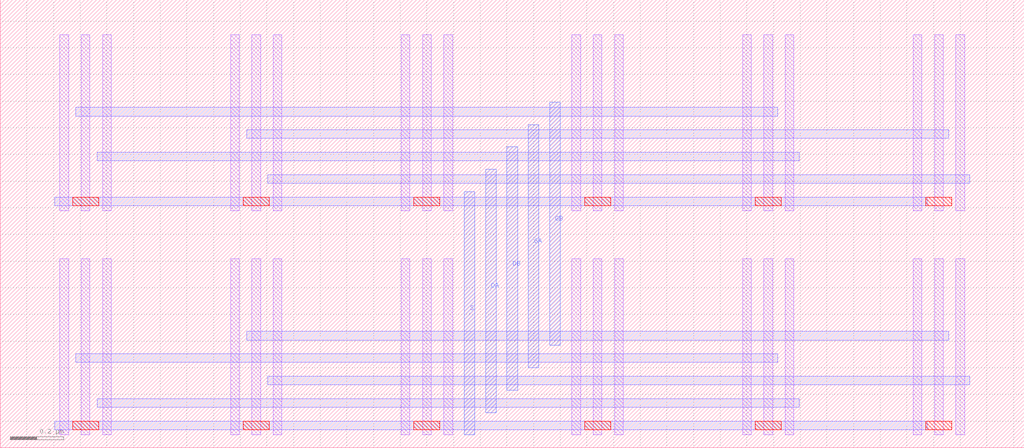
<source format=lef>
MACRO CMC_NMOS_n12_X3_Y1
  ORIGIN 0 0 ;
  FOREIGN CMC_NMOS_n12_X3_Y1 0 0 ;
  SIZE 3.8400 BY 0.8400 ;
  PIN SA
    DIRECTION INOUT ;
    USE SIGNAL ;
    PORT
      LAYER M2 ;
        RECT 0.2040 0.0680 2.8360 0.1000 ;
    END
  END SA
  PIN DA
    DIRECTION INOUT ;
    USE SIGNAL ;
    PORT
      LAYER M2 ;
        RECT 0.3640 0.1520 2.9960 0.1840 ;
    END
  END DA
  PIN SB
    DIRECTION INOUT ;
    USE SIGNAL ;
    PORT
      LAYER M2 ;
        RECT 0.8440 0.2360 3.4760 0.2680 ;
    END
  END SB
  PIN DB
    DIRECTION INOUT ;
    USE SIGNAL ;
    PORT
      LAYER M2 ;
        RECT 1.0040 0.3200 3.6360 0.3520 ;
    END
  END DB
  PIN G
    DIRECTION INOUT ;
    USE SIGNAL ;
    PORT
      LAYER M2 ;
        RECT 0.2840 0.4040 3.5560 0.4360 ;
    END
  END G
  OBS
    LAYER M1 ;
      RECT 0.3040 0.0480 0.3360 0.7080 ;
    LAYER M1 ;
      RECT 0.2240 0.0480 0.2560 0.7080 ;
    LAYER M1 ;
      RECT 0.3840 0.0480 0.4160 0.7080 ;
    LAYER M1 ;
      RECT 0.9440 0.0480 0.9760 0.7080 ;
    LAYER M1 ;
      RECT 0.8640 0.0480 0.8960 0.7080 ;
    LAYER M1 ;
      RECT 1.0240 0.0480 1.0560 0.7080 ;
    LAYER M1 ;
      RECT 1.5840 0.0480 1.6160 0.7080 ;
    LAYER M1 ;
      RECT 1.5040 0.0480 1.5360 0.7080 ;
    LAYER M1 ;
      RECT 1.6640 0.0480 1.6960 0.7080 ;
    LAYER M1 ;
      RECT 2.2240 0.0480 2.2560 0.7080 ;
    LAYER M1 ;
      RECT 2.1440 0.0480 2.1760 0.7080 ;
    LAYER M1 ;
      RECT 2.3040 0.0480 2.3360 0.7080 ;
    LAYER M1 ;
      RECT 2.8640 0.0480 2.8960 0.7080 ;
    LAYER M1 ;
      RECT 2.7840 0.0480 2.8160 0.7080 ;
    LAYER M1 ;
      RECT 2.9440 0.0480 2.9760 0.7080 ;
    LAYER M1 ;
      RECT 3.5040 0.0480 3.5360 0.7080 ;
    LAYER M1 ;
      RECT 3.4240 0.0480 3.4560 0.7080 ;
    LAYER M1 ;
      RECT 3.5840 0.0480 3.6160 0.7080 ;
    LAYER pc ;
      RECT 0.2710 0.0680 0.3690 0.1000 ;
    LAYER pc ;
      RECT 0.9110 0.0680 1.0090 0.1000 ;
    LAYER pc ;
      RECT 1.5510 0.0680 1.6490 0.1000 ;
    LAYER pc ;
      RECT 2.1910 0.0680 2.2890 0.1000 ;
    LAYER pc ;
      RECT 2.8310 0.0680 2.9290 0.1000 ;
    LAYER pc ;
      RECT 3.4710 0.0680 3.5690 0.1000 ;
  END
END CMC_NMOS_n12_X3_Y1
MACRO CMC_PMOS_S_n12_X1_Y1
  ORIGIN 0 0 ;
  FOREIGN CMC_PMOS_S_n12_X1_Y1 0 0 ;
  SIZE 1.2800 BY 0.8400 ;
  PIN S
    DIRECTION INOUT ;
    USE SIGNAL ;
    PORT
      LAYER M3 ;
        RECT 0.3800 0.0480 0.4200 0.4560 ;
      LAYER M3 ;
        RECT 0.7000 0.0480 0.7400 0.4560 ;
    END
  END S
  PIN DA
    DIRECTION INOUT ;
    USE SIGNAL ;
    PORT
      LAYER M3 ;
        RECT 0.4600 0.1320 0.5000 0.5400 ;
      LAYER M3 ;
        RECT 0.7800 0.1320 0.8200 0.5400 ;
    END
  END DA
  PIN DB
    DIRECTION INOUT ;
    USE SIGNAL ;
    PORT
      LAYER M3 ;
        RECT 0.5400 0.2160 0.5800 0.6240 ;
      LAYER M3 ;
        RECT 0.8600 0.2160 0.9000 0.6240 ;
    END
  END DB
  PIN G
    DIRECTION INOUT ;
    USE SIGNAL ;
    PORT
      LAYER M3 ;
        RECT 0.6200 0.3000 0.6600 0.7080 ;
      LAYER M3 ;
        RECT 0.9400 0.3000 0.9800 0.7080 ;
    END
  END G
  OBS
    LAYER M1 ;
      RECT 0.3040 0.0480 0.3360 0.7080 ;
    LAYER M1 ;
      RECT 0.2240 0.0480 0.2560 0.7080 ;
    LAYER M1 ;
      RECT 0.3840 0.0480 0.4160 0.7080 ;
    LAYER M1 ;
      RECT 0.9440 0.0480 0.9760 0.7080 ;
    LAYER M1 ;
      RECT 0.8640 0.0480 0.8960 0.7080 ;
    LAYER M1 ;
      RECT 1.0240 0.0480 1.0560 0.7080 ;
    LAYER M2 ;
      RECT 0.2040 0.0680 0.9160 0.1000 ;
    LAYER M2 ;
      RECT 0.2040 0.4040 0.9160 0.4360 ;
    LAYER M2 ;
      RECT 0.3640 0.1520 0.8360 0.1840 ;
    LAYER M2 ;
      RECT 0.3640 0.4880 0.8360 0.5200 ;
    LAYER M2 ;
      RECT 0.5240 0.2360 1.0760 0.2680 ;
    LAYER M2 ;
      RECT 0.5240 0.5720 1.0760 0.6040 ;
    LAYER M2 ;
      RECT 0.2840 0.3200 0.9960 0.3520 ;
    LAYER M2 ;
      RECT 0.2840 0.6560 0.9960 0.6880 ;
    LAYER pc ;
      RECT 0.2710 0.0680 0.3690 0.1000 ;
    LAYER pc ;
      RECT 0.9110 0.0680 1.0090 0.1000 ;
  END
END CMC_PMOS_S_n12_X1_Y1
MACRO CMC_PMOS_n12_X2_Y1
  ORIGIN 0 0 ;
  FOREIGN CMC_PMOS_n12_X2_Y1 0 0 ;
  SIZE 2.5600 BY 0.8400 ;
  PIN SA
    DIRECTION INOUT ;
    USE SIGNAL ;
    PORT
      LAYER M2 ;
        RECT 0.2040 0.0680 2.3560 0.1000 ;
    END
  END SA
  PIN DA
    DIRECTION INOUT ;
    USE SIGNAL ;
    PORT
      LAYER M2 ;
        RECT 0.3640 0.1520 2.1960 0.1840 ;
    END
  END DA
  PIN SB
    DIRECTION INOUT ;
    USE SIGNAL ;
    PORT
      LAYER M2 ;
        RECT 0.8440 0.2360 1.7160 0.2680 ;
    END
  END SB
  PIN DB
    DIRECTION INOUT ;
    USE SIGNAL ;
    PORT
      LAYER M2 ;
        RECT 1.0040 0.3200 1.5560 0.3520 ;
    END
  END DB
  PIN G
    DIRECTION INOUT ;
    USE SIGNAL ;
    PORT
      LAYER M2 ;
        RECT 0.2840 0.4040 2.2760 0.4360 ;
    END
  END G
  OBS
    LAYER M1 ;
      RECT 0.3040 0.0480 0.3360 0.7080 ;
    LAYER M1 ;
      RECT 0.2240 0.0480 0.2560 0.7080 ;
    LAYER M1 ;
      RECT 0.3840 0.0480 0.4160 0.7080 ;
    LAYER M1 ;
      RECT 0.9440 0.0480 0.9760 0.7080 ;
    LAYER M1 ;
      RECT 0.8640 0.0480 0.8960 0.7080 ;
    LAYER M1 ;
      RECT 1.0240 0.0480 1.0560 0.7080 ;
    LAYER M1 ;
      RECT 1.5840 0.0480 1.6160 0.7080 ;
    LAYER M1 ;
      RECT 1.6640 0.0480 1.6960 0.7080 ;
    LAYER M1 ;
      RECT 1.5040 0.0480 1.5360 0.7080 ;
    LAYER M1 ;
      RECT 2.2240 0.0480 2.2560 0.7080 ;
    LAYER M1 ;
      RECT 2.3040 0.0480 2.3360 0.7080 ;
    LAYER M1 ;
      RECT 2.1440 0.0480 2.1760 0.7080 ;
    LAYER pc ;
      RECT 0.2710 0.0680 0.3690 0.1000 ;
    LAYER pc ;
      RECT 0.9110 0.0680 1.0090 0.1000 ;
    LAYER pc ;
      RECT 1.5510 0.0680 1.6490 0.1000 ;
    LAYER pc ;
      RECT 2.1910 0.0680 2.2890 0.1000 ;
  END
END CMC_PMOS_n12_X2_Y1
MACRO CMFB_NMOS_n12_X3_Y1
  ORIGIN 0 0 ;
  FOREIGN CMFB_NMOS_n12_X3_Y1 0 0 ;
  SIZE 5.1200 BY 0.8400 ;
  PIN S
    DIRECTION INOUT ;
    USE SIGNAL ;
    PORT
      LAYER M3 ;
        RECT 2.3000 0.0480 2.3400 0.4560 ;
      LAYER M3 ;
        RECT 2.6200 0.0480 2.6600 0.4560 ;
    END
  END S
  PIN DA
    DIRECTION INOUT ;
    USE SIGNAL ;
    PORT
      LAYER M3 ;
        RECT 2.3800 0.1320 2.4200 0.5400 ;
      LAYER M3 ;
        RECT 2.7000 0.1320 2.7400 0.5400 ;
    END
  END DA
  PIN DB
    DIRECTION INOUT ;
    USE SIGNAL ;
    PORT
      LAYER M3 ;
        RECT 2.4600 0.2160 2.5000 0.6240 ;
      LAYER M3 ;
        RECT 2.7800 0.2160 2.8200 0.6240 ;
    END
  END DB
  PIN GB
    DIRECTION INOUT ;
    USE SIGNAL ;
    PORT
      LAYER M3 ;
        RECT 2.5400 0.3000 2.5800 0.7080 ;
      LAYER M3 ;
        RECT 2.8600 0.3000 2.9000 0.7080 ;
    END
  END GB
  OBS
    LAYER M1 ;
      RECT 0.3040 0.0480 0.3360 0.7080 ;
    LAYER M1 ;
      RECT 0.2240 0.0480 0.2560 0.7080 ;
    LAYER M1 ;
      RECT 0.3840 0.0480 0.4160 0.7080 ;
    LAYER M1 ;
      RECT 0.9440 0.0480 0.9760 0.7080 ;
    LAYER M1 ;
      RECT 0.8640 0.0480 0.8960 0.7080 ;
    LAYER M1 ;
      RECT 1.0240 0.0480 1.0560 0.7080 ;
    LAYER M1 ;
      RECT 1.5840 0.0480 1.6160 0.7080 ;
    LAYER M1 ;
      RECT 1.5040 0.0480 1.5360 0.7080 ;
    LAYER M1 ;
      RECT 1.6640 0.0480 1.6960 0.7080 ;
    LAYER M1 ;
      RECT 2.2240 0.0480 2.2560 0.7080 ;
    LAYER M1 ;
      RECT 2.1440 0.0480 2.1760 0.7080 ;
    LAYER M1 ;
      RECT 2.3040 0.0480 2.3360 0.7080 ;
    LAYER M1 ;
      RECT 2.8640 0.0480 2.8960 0.7080 ;
    LAYER M1 ;
      RECT 2.7840 0.0480 2.8160 0.7080 ;
    LAYER M1 ;
      RECT 2.9440 0.0480 2.9760 0.7080 ;
    LAYER M1 ;
      RECT 3.5040 0.0480 3.5360 0.7080 ;
    LAYER M1 ;
      RECT 3.4240 0.0480 3.4560 0.7080 ;
    LAYER M1 ;
      RECT 3.5840 0.0480 3.6160 0.7080 ;
    LAYER M1 ;
      RECT 4.1440 0.0480 4.1760 0.7080 ;
    LAYER M1 ;
      RECT 4.0640 0.0480 4.0960 0.7080 ;
    LAYER M1 ;
      RECT 4.2240 0.0480 4.2560 0.7080 ;
    LAYER M1 ;
      RECT 4.7840 0.0480 4.8160 0.7080 ;
    LAYER M1 ;
      RECT 4.7040 0.0480 4.7360 0.7080 ;
    LAYER M1 ;
      RECT 4.8640 0.0480 4.8960 0.7080 ;
    LAYER M2 ;
      RECT 0.2040 0.0680 4.7560 0.1000 ;
    LAYER M2 ;
      RECT 0.2040 0.4040 4.7560 0.4360 ;
    LAYER M2 ;
      RECT 2.2040 0.1520 2.9960 0.1840 ;
    LAYER M2 ;
      RECT 2.2040 0.4880 2.9960 0.5200 ;
    LAYER M2 ;
      RECT 0.3640 0.2360 4.9160 0.2680 ;
    LAYER M2 ;
      RECT 0.3640 0.5720 4.9160 0.6040 ;
    LAYER M2 ;
      RECT 0.2840 0.3200 4.8360 0.3520 ;
    LAYER M2 ;
      RECT 0.2840 0.6560 4.8360 0.6880 ;
    LAYER pc ;
      RECT 0.2710 0.0680 0.3690 0.1000 ;
    LAYER pc ;
      RECT 0.9110 0.0680 1.0090 0.1000 ;
    LAYER pc ;
      RECT 1.5510 0.0680 1.6490 0.1000 ;
    LAYER pc ;
      RECT 2.1910 0.0680 2.2890 0.1000 ;
    LAYER pc ;
      RECT 2.8310 0.0680 2.9290 0.1000 ;
    LAYER pc ;
      RECT 3.4710 0.0680 3.5690 0.1000 ;
    LAYER pc ;
      RECT 4.1110 0.0680 4.2090 0.1000 ;
    LAYER pc ;
      RECT 4.7510 0.0680 4.8490 0.1000 ;
  END
END CMFB_NMOS_n12_X3_Y1
MACRO DCL_NMOS_n12_X2_Y1
  ORIGIN 0 0 ;
  FOREIGN DCL_NMOS_n12_X2_Y1 0 0 ;
  SIZE 1.2800 BY 0.8400 ;
  PIN S
    DIRECTION INOUT ;
    USE SIGNAL ;
    PORT
      LAYER M3 ;
        RECT 0.5400 0.0480 0.5800 0.2880 ;
      LAYER M3 ;
        RECT 0.7000 0.0480 0.7400 0.2880 ;
    END
  END S
  PIN D
    DIRECTION INOUT ;
    USE SIGNAL ;
    PORT
      LAYER M3 ;
        RECT 0.6200 0.1320 0.6600 0.3720 ;
      LAYER M3 ;
        RECT 0.7800 0.1320 0.8200 0.3720 ;
    END
  END D
  OBS
    LAYER M1 ;
      RECT 0.3040 0.0480 0.3360 0.7080 ;
    LAYER M1 ;
      RECT 0.2240 0.0480 0.2560 0.7080 ;
    LAYER M1 ;
      RECT 0.3840 0.0480 0.4160 0.7080 ;
    LAYER M1 ;
      RECT 0.9440 0.0480 0.9760 0.7080 ;
    LAYER M1 ;
      RECT 0.8640 0.0480 0.8960 0.7080 ;
    LAYER M1 ;
      RECT 1.0240 0.0480 1.0560 0.7080 ;
    LAYER M2 ;
      RECT 0.2040 0.0680 0.9160 0.1000 ;
    LAYER M2 ;
      RECT 0.2040 0.2360 0.9160 0.2680 ;
    LAYER M2 ;
      RECT 0.2840 0.1520 1.0760 0.1840 ;
    LAYER M2 ;
      RECT 0.2840 0.3200 1.0760 0.3520 ;
    LAYER pc ;
      RECT 0.2710 0.0680 0.3690 0.1000 ;
    LAYER pc ;
      RECT 0.9110 0.0680 1.0090 0.1000 ;
  END
END DCL_NMOS_n12_X2_Y1
MACRO DP_NMOS_n12_X1_Y1
  ORIGIN 0 0 ;
  FOREIGN DP_NMOS_n12_X1_Y1 0 0 ;
  SIZE 1.2800 BY 0.8400 ;
  PIN S
    DIRECTION INOUT ;
    USE SIGNAL ;
    PORT
      LAYER M2 ;
        RECT 0.2040 0.0680 0.9160 0.1000 ;
    END
  END S
  PIN DA
    DIRECTION INOUT ;
    USE SIGNAL ;
    PORT
      LAYER M2 ;
        RECT 0.3640 0.1520 0.5960 0.1840 ;
    END
  END DA
  PIN DB
    DIRECTION INOUT ;
    USE SIGNAL ;
    PORT
      LAYER M2 ;
        RECT 0.8440 0.2360 1.0760 0.2680 ;
    END
  END DB
  PIN GA
    DIRECTION INOUT ;
    USE SIGNAL ;
    PORT
      LAYER M2 ;
        RECT 0.2840 0.3200 0.5160 0.3520 ;
    END
  END GA
  PIN GB
    DIRECTION INOUT ;
    USE SIGNAL ;
    PORT
      LAYER M2 ;
        RECT 0.7640 0.4040 0.9960 0.4360 ;
    END
  END GB
  OBS
    LAYER M1 ;
      RECT 0.3040 0.0480 0.3360 0.7080 ;
    LAYER M1 ;
      RECT 0.2240 0.0480 0.2560 0.7080 ;
    LAYER M1 ;
      RECT 0.3840 0.0480 0.4160 0.7080 ;
    LAYER M1 ;
      RECT 0.9440 0.0480 0.9760 0.7080 ;
    LAYER M1 ;
      RECT 0.8640 0.0480 0.8960 0.7080 ;
    LAYER M1 ;
      RECT 1.0240 0.0480 1.0560 0.7080 ;
    LAYER pc ;
      RECT 0.2710 0.0680 0.3690 0.1000 ;
    LAYER pc ;
      RECT 0.9110 0.0680 1.0090 0.1000 ;
  END
END DP_NMOS_n12_X1_Y1
MACRO DP_NMOS_n12_X3_Y2
  ORIGIN 0 0 ;
  FOREIGN DP_NMOS_n12_X3_Y2 0 0 ;
  SIZE 3.8400 BY 1.6800 ;
  PIN S
    DIRECTION INOUT ;
    USE SIGNAL ;
    PORT
      LAYER M3 ;
        RECT 1.7400 0.0480 1.7800 0.9600 ;
    END
  END S
  PIN DA
    DIRECTION INOUT ;
    USE SIGNAL ;
    PORT
      LAYER M3 ;
        RECT 1.8200 0.1320 1.8600 1.0440 ;
    END
  END DA
  PIN DB
    DIRECTION INOUT ;
    USE SIGNAL ;
    PORT
      LAYER M3 ;
        RECT 1.9000 0.2160 1.9400 1.1280 ;
    END
  END DB
  PIN GA
    DIRECTION INOUT ;
    USE SIGNAL ;
    PORT
      LAYER M3 ;
        RECT 1.9800 0.3000 2.0200 1.2120 ;
    END
  END GA
  PIN GB
    DIRECTION INOUT ;
    USE SIGNAL ;
    PORT
      LAYER M3 ;
        RECT 2.0600 0.3840 2.1000 1.2960 ;
    END
  END GB
  OBS
    LAYER M1 ;
      RECT 0.3040 0.0480 0.3360 0.7080 ;
    LAYER M1 ;
      RECT 0.3040 0.8880 0.3360 1.5480 ;
    LAYER M1 ;
      RECT 0.2240 0.0480 0.2560 0.7080 ;
    LAYER M1 ;
      RECT 0.2240 0.8880 0.2560 1.5480 ;
    LAYER M1 ;
      RECT 0.3840 0.0480 0.4160 0.7080 ;
    LAYER M1 ;
      RECT 0.3840 0.8880 0.4160 1.5480 ;
    LAYER M1 ;
      RECT 0.9440 0.0480 0.9760 0.7080 ;
    LAYER M1 ;
      RECT 0.9440 0.8880 0.9760 1.5480 ;
    LAYER M1 ;
      RECT 0.8640 0.0480 0.8960 0.7080 ;
    LAYER M1 ;
      RECT 0.8640 0.8880 0.8960 1.5480 ;
    LAYER M1 ;
      RECT 1.0240 0.0480 1.0560 0.7080 ;
    LAYER M1 ;
      RECT 1.0240 0.8880 1.0560 1.5480 ;
    LAYER M1 ;
      RECT 1.5840 0.0480 1.6160 0.7080 ;
    LAYER M1 ;
      RECT 1.5840 0.8880 1.6160 1.5480 ;
    LAYER M1 ;
      RECT 1.5040 0.0480 1.5360 0.7080 ;
    LAYER M1 ;
      RECT 1.5040 0.8880 1.5360 1.5480 ;
    LAYER M1 ;
      RECT 1.6640 0.0480 1.6960 0.7080 ;
    LAYER M1 ;
      RECT 1.6640 0.8880 1.6960 1.5480 ;
    LAYER M1 ;
      RECT 2.2240 0.0480 2.2560 0.7080 ;
    LAYER M1 ;
      RECT 2.2240 0.8880 2.2560 1.5480 ;
    LAYER M1 ;
      RECT 2.1440 0.0480 2.1760 0.7080 ;
    LAYER M1 ;
      RECT 2.1440 0.8880 2.1760 1.5480 ;
    LAYER M1 ;
      RECT 2.3040 0.0480 2.3360 0.7080 ;
    LAYER M1 ;
      RECT 2.3040 0.8880 2.3360 1.5480 ;
    LAYER M1 ;
      RECT 2.8640 0.0480 2.8960 0.7080 ;
    LAYER M1 ;
      RECT 2.8640 0.8880 2.8960 1.5480 ;
    LAYER M1 ;
      RECT 2.7840 0.0480 2.8160 0.7080 ;
    LAYER M1 ;
      RECT 2.7840 0.8880 2.8160 1.5480 ;
    LAYER M1 ;
      RECT 2.9440 0.0480 2.9760 0.7080 ;
    LAYER M1 ;
      RECT 2.9440 0.8880 2.9760 1.5480 ;
    LAYER M1 ;
      RECT 3.5040 0.0480 3.5360 0.7080 ;
    LAYER M1 ;
      RECT 3.5040 0.8880 3.5360 1.5480 ;
    LAYER M1 ;
      RECT 3.4240 0.0480 3.4560 0.7080 ;
    LAYER M1 ;
      RECT 3.4240 0.8880 3.4560 1.5480 ;
    LAYER M1 ;
      RECT 3.5840 0.0480 3.6160 0.7080 ;
    LAYER M1 ;
      RECT 3.5840 0.8880 3.6160 1.5480 ;
    LAYER M2 ;
      RECT 0.2040 0.0680 3.4760 0.1000 ;
    LAYER M2 ;
      RECT 0.3640 0.1520 2.9960 0.1840 ;
    LAYER M2 ;
      RECT 1.0040 0.2360 3.6360 0.2680 ;
    LAYER M2 ;
      RECT 0.2840 0.3200 2.9160 0.3520 ;
    LAYER M2 ;
      RECT 0.9240 0.4040 3.5560 0.4360 ;
    LAYER M2 ;
      RECT 0.2040 0.9080 3.4760 0.9400 ;
    LAYER M2 ;
      RECT 1.0040 0.9920 3.6360 1.0240 ;
    LAYER M2 ;
      RECT 0.3640 1.0760 2.9960 1.1080 ;
    LAYER M2 ;
      RECT 0.9240 1.1600 3.5560 1.1920 ;
    LAYER M2 ;
      RECT 0.2840 1.2440 2.9160 1.2760 ;
    LAYER pc ;
      RECT 0.2710 0.0680 0.3690 0.1000 ;
    LAYER pc ;
      RECT 0.9110 0.0680 1.0090 0.1000 ;
    LAYER pc ;
      RECT 1.5510 0.0680 1.6490 0.1000 ;
    LAYER pc ;
      RECT 2.1910 0.0680 2.2890 0.1000 ;
    LAYER pc ;
      RECT 2.8310 0.0680 2.9290 0.1000 ;
    LAYER pc ;
      RECT 3.4710 0.0680 3.5690 0.1000 ;
    LAYER pc ;
      RECT 0.2710 0.9080 0.3690 0.9400 ;
    LAYER pc ;
      RECT 0.9110 0.9080 1.0090 0.9400 ;
    LAYER pc ;
      RECT 1.5510 0.9080 1.6490 0.9400 ;
    LAYER pc ;
      RECT 2.1910 0.9080 2.2890 0.9400 ;
    LAYER pc ;
      RECT 2.8310 0.9080 2.9290 0.9400 ;
    LAYER pc ;
      RECT 3.4710 0.9080 3.5690 0.9400 ;
  END
END DP_NMOS_n12_X3_Y2
MACRO Switch_NMOS_n12_X1_Y1
  ORIGIN 0 0 ;
  FOREIGN Switch_NMOS_n12_X1_Y1 0 0 ;
  SIZE 0.6400 BY 0.8400 ;
  PIN S
    DIRECTION INOUT ;
    USE SIGNAL ;
    PORT
      LAYER M3 ;
        RECT 0.1400 0.0480 0.1800 0.3720 ;
      LAYER M3 ;
        RECT 0.3800 0.0480 0.4200 0.3720 ;
    END
  END S
  PIN D
    DIRECTION INOUT ;
    USE SIGNAL ;
    PORT
      LAYER M3 ;
        RECT 0.2200 0.1320 0.2600 0.4560 ;
      LAYER M3 ;
        RECT 0.4600 0.1320 0.5000 0.4560 ;
    END
  END D
  PIN G
    DIRECTION INOUT ;
    USE SIGNAL ;
    PORT
      LAYER M3 ;
        RECT 0.3000 0.2160 0.3400 0.5400 ;
      LAYER M3 ;
        RECT 0.5400 0.2160 0.5800 0.5400 ;
    END
  END G
  OBS
    LAYER M1 ;
      RECT 0.3040 0.0480 0.3360 0.7080 ;
    LAYER M1 ;
      RECT 0.2240 0.0480 0.2560 0.7080 ;
    LAYER M1 ;
      RECT 0.3840 0.0480 0.4160 0.7080 ;
    LAYER M2 ;
      RECT 0.1240 0.0680 0.4360 0.1000 ;
    LAYER M2 ;
      RECT 0.1240 0.3200 0.4360 0.3520 ;
    LAYER M2 ;
      RECT 0.2040 0.1520 0.5160 0.1840 ;
    LAYER M2 ;
      RECT 0.2040 0.4040 0.5160 0.4360 ;
    LAYER M2 ;
      RECT 0.2040 0.2360 0.5960 0.2680 ;
    LAYER M2 ;
      RECT 0.2040 0.4880 0.5960 0.5200 ;
    LAYER pc ;
      RECT 0.2710 0.0680 0.3690 0.1000 ;
  END
END Switch_NMOS_n12_X1_Y1
MACRO Switch_NMOS_n12_X3_Y1
  ORIGIN 0 0 ;
  FOREIGN Switch_NMOS_n12_X3_Y1 0 0 ;
  SIZE 1.9200 BY 0.8400 ;
  PIN S
    DIRECTION INOUT ;
    USE SIGNAL ;
    PORT
      LAYER M3 ;
        RECT 0.7800 0.0480 0.8200 0.3720 ;
      LAYER M3 ;
        RECT 1.0200 0.0480 1.0600 0.3720 ;
    END
  END S
  PIN D
    DIRECTION INOUT ;
    USE SIGNAL ;
    PORT
      LAYER M3 ;
        RECT 0.8600 0.1320 0.9000 0.4560 ;
      LAYER M3 ;
        RECT 1.1000 0.1320 1.1400 0.4560 ;
    END
  END D
  PIN G
    DIRECTION INOUT ;
    USE SIGNAL ;
    PORT
      LAYER M3 ;
        RECT 0.9400 0.2160 0.9800 0.5400 ;
      LAYER M3 ;
        RECT 1.1800 0.2160 1.2200 0.5400 ;
    END
  END G
  OBS
    LAYER M1 ;
      RECT 0.3040 0.0480 0.3360 0.7080 ;
    LAYER M1 ;
      RECT 0.2240 0.0480 0.2560 0.7080 ;
    LAYER M1 ;
      RECT 0.3840 0.0480 0.4160 0.7080 ;
    LAYER M1 ;
      RECT 0.9440 0.0480 0.9760 0.7080 ;
    LAYER M1 ;
      RECT 0.8640 0.0480 0.8960 0.7080 ;
    LAYER M1 ;
      RECT 1.0240 0.0480 1.0560 0.7080 ;
    LAYER M1 ;
      RECT 1.5840 0.0480 1.6160 0.7080 ;
    LAYER M1 ;
      RECT 1.5040 0.0480 1.5360 0.7080 ;
    LAYER M1 ;
      RECT 1.6640 0.0480 1.6960 0.7080 ;
    LAYER M2 ;
      RECT 0.2040 0.0680 1.5560 0.1000 ;
    LAYER M2 ;
      RECT 0.2040 0.3200 1.5560 0.3520 ;
    LAYER M2 ;
      RECT 0.3640 0.1520 1.7160 0.1840 ;
    LAYER M2 ;
      RECT 0.3640 0.4040 1.7160 0.4360 ;
    LAYER M2 ;
      RECT 0.2840 0.2360 1.6360 0.2680 ;
    LAYER M2 ;
      RECT 0.2840 0.4880 1.6360 0.5200 ;
    LAYER pc ;
      RECT 0.2710 0.0680 0.3690 0.1000 ;
    LAYER pc ;
      RECT 0.9110 0.0680 1.0090 0.1000 ;
    LAYER pc ;
      RECT 1.5510 0.0680 1.6490 0.1000 ;
  END
END Switch_NMOS_n12_X3_Y1
MACRO Switch_NMOS_n12_X3_Y2
  ORIGIN 0 0 ;
  FOREIGN Switch_NMOS_n12_X3_Y2 0 0 ;
  SIZE 1.9200 BY 1.6800 ;
  PIN S
    DIRECTION INOUT ;
    USE SIGNAL ;
    PORT
      LAYER M3 ;
        RECT 0.7800 0.0480 0.8200 1.2120 ;
      LAYER M3 ;
        RECT 1.0200 0.0480 1.0600 1.2120 ;
    END
  END S
  PIN D
    DIRECTION INOUT ;
    USE SIGNAL ;
    PORT
      LAYER M3 ;
        RECT 0.8600 0.1320 0.9000 1.2960 ;
      LAYER M3 ;
        RECT 1.1000 0.1320 1.1400 1.2960 ;
    END
  END D
  PIN G
    DIRECTION INOUT ;
    USE SIGNAL ;
    PORT
      LAYER M3 ;
        RECT 0.9400 0.2160 0.9800 1.3800 ;
      LAYER M3 ;
        RECT 1.1800 0.2160 1.2200 1.3800 ;
    END
  END G
  OBS
    LAYER M1 ;
      RECT 0.3040 0.0480 0.3360 0.7080 ;
    LAYER M1 ;
      RECT 0.3040 0.8880 0.3360 1.5480 ;
    LAYER M1 ;
      RECT 0.2240 0.0480 0.2560 0.7080 ;
    LAYER M1 ;
      RECT 0.2240 0.8880 0.2560 1.5480 ;
    LAYER M1 ;
      RECT 0.3840 0.0480 0.4160 0.7080 ;
    LAYER M1 ;
      RECT 0.3840 0.8880 0.4160 1.5480 ;
    LAYER M1 ;
      RECT 0.9440 0.0480 0.9760 0.7080 ;
    LAYER M1 ;
      RECT 0.9440 0.8880 0.9760 1.5480 ;
    LAYER M1 ;
      RECT 0.8640 0.0480 0.8960 0.7080 ;
    LAYER M1 ;
      RECT 0.8640 0.8880 0.8960 1.5480 ;
    LAYER M1 ;
      RECT 1.0240 0.0480 1.0560 0.7080 ;
    LAYER M1 ;
      RECT 1.0240 0.8880 1.0560 1.5480 ;
    LAYER M1 ;
      RECT 1.5840 0.0480 1.6160 0.7080 ;
    LAYER M1 ;
      RECT 1.5840 0.8880 1.6160 1.5480 ;
    LAYER M1 ;
      RECT 1.5040 0.0480 1.5360 0.7080 ;
    LAYER M1 ;
      RECT 1.5040 0.8880 1.5360 1.5480 ;
    LAYER M1 ;
      RECT 1.6640 0.0480 1.6960 0.7080 ;
    LAYER M1 ;
      RECT 1.6640 0.8880 1.6960 1.5480 ;
    LAYER M2 ;
      RECT 0.2040 0.0680 1.5560 0.1000 ;
    LAYER M2 ;
      RECT 0.2040 0.3200 1.5560 0.3520 ;
    LAYER M2 ;
      RECT 0.3640 0.1520 1.7160 0.1840 ;
    LAYER M2 ;
      RECT 0.3640 0.4040 1.7160 0.4360 ;
    LAYER M2 ;
      RECT 0.2840 0.2360 1.6360 0.2680 ;
    LAYER M2 ;
      RECT 0.2840 0.4880 1.6360 0.5200 ;
    LAYER M2 ;
      RECT 0.2040 0.9080 1.5560 0.9400 ;
    LAYER M2 ;
      RECT 0.2040 1.1600 1.5560 1.1920 ;
    LAYER M2 ;
      RECT 0.3640 0.9920 1.7160 1.0240 ;
    LAYER M2 ;
      RECT 0.3640 1.2440 1.7160 1.2760 ;
    LAYER M2 ;
      RECT 0.2840 1.0760 1.6360 1.1080 ;
    LAYER M2 ;
      RECT 0.2840 1.3280 1.6360 1.3600 ;
    LAYER pc ;
      RECT 0.2710 0.0680 0.3690 0.1000 ;
    LAYER pc ;
      RECT 0.9110 0.0680 1.0090 0.1000 ;
    LAYER pc ;
      RECT 1.5510 0.0680 1.6490 0.1000 ;
    LAYER pc ;
      RECT 0.2710 0.9080 0.3690 0.9400 ;
    LAYER pc ;
      RECT 0.9110 0.9080 1.0090 0.9400 ;
    LAYER pc ;
      RECT 1.5510 0.9080 1.6490 0.9400 ;
  END
END Switch_NMOS_n12_X3_Y2
MACRO Switch_PMOS_n12_X1_Y1
  ORIGIN 0 0 ;
  FOREIGN Switch_PMOS_n12_X1_Y1 0 0 ;
  SIZE 0.6400 BY 0.8400 ;
  PIN S
    DIRECTION INOUT ;
    USE SIGNAL ;
    PORT
      LAYER M3 ;
        RECT 0.1400 0.0480 0.1800 0.3720 ;
      LAYER M3 ;
        RECT 0.3800 0.0480 0.4200 0.3720 ;
    END
  END S
  PIN D
    DIRECTION INOUT ;
    USE SIGNAL ;
    PORT
      LAYER M3 ;
        RECT 0.2200 0.1320 0.2600 0.4560 ;
      LAYER M3 ;
        RECT 0.4600 0.1320 0.5000 0.4560 ;
    END
  END D
  PIN G
    DIRECTION INOUT ;
    USE SIGNAL ;
    PORT
      LAYER M3 ;
        RECT 0.3000 0.2160 0.3400 0.5400 ;
      LAYER M3 ;
        RECT 0.5400 0.2160 0.5800 0.5400 ;
    END
  END G
  OBS
    LAYER M1 ;
      RECT 0.3040 0.0480 0.3360 0.7080 ;
    LAYER M1 ;
      RECT 0.2240 0.0480 0.2560 0.7080 ;
    LAYER M1 ;
      RECT 0.3840 0.0480 0.4160 0.7080 ;
    LAYER M2 ;
      RECT 0.1240 0.0680 0.4360 0.1000 ;
    LAYER M2 ;
      RECT 0.1240 0.3200 0.4360 0.3520 ;
    LAYER M2 ;
      RECT 0.2040 0.1520 0.5160 0.1840 ;
    LAYER M2 ;
      RECT 0.2040 0.4040 0.5160 0.4360 ;
    LAYER M2 ;
      RECT 0.2040 0.2360 0.5960 0.2680 ;
    LAYER M2 ;
      RECT 0.2040 0.4880 0.5960 0.5200 ;
    LAYER pc ;
      RECT 0.2710 0.0680 0.3690 0.1000 ;
  END
END Switch_PMOS_n12_X1_Y1
MACRO Switch_PMOS_n12_X2_Y1
  ORIGIN 0 0 ;
  FOREIGN Switch_PMOS_n12_X2_Y1 0 0 ;
  SIZE 1.2800 BY 0.8400 ;
  PIN S
    DIRECTION INOUT ;
    USE SIGNAL ;
    PORT
      LAYER M3 ;
        RECT 0.4600 0.0480 0.5000 0.3720 ;
      LAYER M3 ;
        RECT 0.7000 0.0480 0.7400 0.3720 ;
    END
  END S
  PIN D
    DIRECTION INOUT ;
    USE SIGNAL ;
    PORT
      LAYER M3 ;
        RECT 0.5400 0.1320 0.5800 0.4560 ;
      LAYER M3 ;
        RECT 0.7800 0.1320 0.8200 0.4560 ;
    END
  END D
  PIN G
    DIRECTION INOUT ;
    USE SIGNAL ;
    PORT
      LAYER M3 ;
        RECT 0.6200 0.2160 0.6600 0.5400 ;
      LAYER M3 ;
        RECT 0.8600 0.2160 0.9000 0.5400 ;
    END
  END G
  OBS
    LAYER M1 ;
      RECT 0.3040 0.0480 0.3360 0.7080 ;
    LAYER M1 ;
      RECT 0.2240 0.0480 0.2560 0.7080 ;
    LAYER M1 ;
      RECT 0.3840 0.0480 0.4160 0.7080 ;
    LAYER M1 ;
      RECT 0.9440 0.0480 0.9760 0.7080 ;
    LAYER M1 ;
      RECT 0.8640 0.0480 0.8960 0.7080 ;
    LAYER M1 ;
      RECT 1.0240 0.0480 1.0560 0.7080 ;
    LAYER M2 ;
      RECT 0.2040 0.0680 0.9160 0.1000 ;
    LAYER M2 ;
      RECT 0.2040 0.3200 0.9160 0.3520 ;
    LAYER M2 ;
      RECT 0.3640 0.1520 1.0760 0.1840 ;
    LAYER M2 ;
      RECT 0.3640 0.4040 1.0760 0.4360 ;
    LAYER M2 ;
      RECT 0.2840 0.2360 0.9960 0.2680 ;
    LAYER M2 ;
      RECT 0.2840 0.4880 0.9960 0.5200 ;
    LAYER pc ;
      RECT 0.2710 0.0680 0.3690 0.1000 ;
    LAYER pc ;
      RECT 0.9110 0.0680 1.0090 0.1000 ;
  END
END Switch_PMOS_n12_X2_Y1
MACRO cap_12f
  ORIGIN 0 0 ;
  FOREIGN cap_12f 0 0 ;
  SIZE 2.4000 BY 2.4360 ;
  PIN PLUS
    DIRECTION INOUT ;
    USE SIGNAL ;
    PORT
      LAYER M2 ;
        RECT -0.0360 -0.0160 2.4360 0.0160 ;
    END
  END PLUS
  PIN MINUS
    DIRECTION INOUT ;
    USE SIGNAL ;
    PORT
      LAYER M2 ;
        RECT -0.0360 2.4200 2.4360 2.4520 ;
    END
  END MINUS
  OBS
    LAYER boundary ;
      RECT 0.0000 0.0000 2.4000 2.4360 ;
    LAYER M1 ;
      RECT -0.0160 -0.0360 0.0160 2.4720 ;
    LAYER M1 ;
      RECT 0.0480 -0.0360 0.0800 2.4720 ;
    LAYER M1 ;
      RECT 0.1120 -0.0360 0.1440 2.4720 ;
    LAYER M1 ;
      RECT 0.1760 -0.0360 0.2080 2.4720 ;
    LAYER M1 ;
      RECT 0.2400 -0.0360 0.2720 2.4720 ;
    LAYER M1 ;
      RECT 0.3040 -0.0360 0.3360 2.4720 ;
    LAYER M1 ;
      RECT 0.3680 -0.0360 0.4000 2.4720 ;
    LAYER M1 ;
      RECT 0.4320 -0.0360 0.4640 2.4720 ;
    LAYER M1 ;
      RECT 0.4960 -0.0360 0.5280 2.4720 ;
    LAYER M1 ;
      RECT 0.5600 -0.0360 0.5920 2.4720 ;
    LAYER M1 ;
      RECT 0.6240 -0.0360 0.6560 2.4720 ;
    LAYER M1 ;
      RECT 0.6880 -0.0360 0.7200 2.4720 ;
    LAYER M1 ;
      RECT 0.7520 -0.0360 0.7840 2.4720 ;
    LAYER M1 ;
      RECT 0.8160 -0.0360 0.8480 2.4720 ;
    LAYER M1 ;
      RECT 0.8800 -0.0360 0.9120 2.4720 ;
    LAYER M1 ;
      RECT 0.9440 -0.0360 0.9760 2.4720 ;
    LAYER M1 ;
      RECT 1.0080 -0.0360 1.0400 2.4720 ;
    LAYER M1 ;
      RECT 1.0720 -0.0360 1.1040 2.4720 ;
    LAYER M1 ;
      RECT 1.1360 -0.0360 1.1680 2.4720 ;
    LAYER M1 ;
      RECT 1.2000 -0.0360 1.2320 2.4720 ;
    LAYER M1 ;
      RECT 1.2640 -0.0360 1.2960 2.4720 ;
    LAYER M1 ;
      RECT 1.3280 -0.0360 1.3600 2.4720 ;
    LAYER M1 ;
      RECT 1.3920 -0.0360 1.4240 2.4720 ;
    LAYER M1 ;
      RECT 1.4560 -0.0360 1.4880 2.4720 ;
    LAYER M1 ;
      RECT 1.5200 -0.0360 1.5520 2.4720 ;
    LAYER M1 ;
      RECT 1.5840 -0.0360 1.6160 2.4720 ;
    LAYER M1 ;
      RECT 1.6480 -0.0360 1.6800 2.4720 ;
    LAYER M1 ;
      RECT 1.7120 -0.0360 1.7440 2.4720 ;
    LAYER M1 ;
      RECT 1.7760 -0.0360 1.8080 2.4720 ;
    LAYER M1 ;
      RECT 1.8400 -0.0360 1.8720 2.4720 ;
    LAYER M1 ;
      RECT 1.9040 -0.0360 1.9360 2.4720 ;
    LAYER M1 ;
      RECT 1.9680 -0.0360 2.0000 2.4720 ;
    LAYER M1 ;
      RECT 2.0320 -0.0360 2.0640 2.4720 ;
    LAYER M1 ;
      RECT 2.0960 -0.0360 2.1280 2.4720 ;
    LAYER M1 ;
      RECT 2.1600 -0.0360 2.1920 2.4720 ;
    LAYER M1 ;
      RECT 2.2240 -0.0360 2.2560 2.4720 ;
    LAYER M1 ;
      RECT 2.2880 -0.0360 2.3200 2.4720 ;
    LAYER M2 ;
      RECT -0.0360 0.0480 2.4360 0.0800 ;
    LAYER M2 ;
      RECT -0.0360 0.1120 2.4360 0.1440 ;
    LAYER M2 ;
      RECT -0.0360 0.1760 2.4360 0.2080 ;
    LAYER M2 ;
      RECT -0.0360 0.2400 2.4360 0.2720 ;
    LAYER M2 ;
      RECT -0.0360 0.3040 2.4360 0.3360 ;
    LAYER M2 ;
      RECT -0.0360 0.3680 2.4360 0.4000 ;
    LAYER M2 ;
      RECT -0.0360 0.4320 2.4360 0.4640 ;
    LAYER M2 ;
      RECT -0.0360 0.4960 2.4360 0.5280 ;
    LAYER M2 ;
      RECT -0.0360 0.5600 2.4360 0.5920 ;
    LAYER M2 ;
      RECT -0.0360 0.6240 2.4360 0.6560 ;
    LAYER M2 ;
      RECT -0.0360 0.6880 2.4360 0.7200 ;
    LAYER M2 ;
      RECT -0.0360 0.7520 2.4360 0.7840 ;
    LAYER M2 ;
      RECT -0.0360 0.8160 2.4360 0.8480 ;
    LAYER M2 ;
      RECT -0.0360 0.8800 2.4360 0.9120 ;
    LAYER M2 ;
      RECT -0.0360 0.9440 2.4360 0.9760 ;
    LAYER M2 ;
      RECT -0.0360 1.0080 2.4360 1.0400 ;
    LAYER M2 ;
      RECT -0.0360 1.0720 2.4360 1.1040 ;
    LAYER M2 ;
      RECT -0.0360 1.1360 2.4360 1.1680 ;
    LAYER M2 ;
      RECT -0.0360 1.2000 2.4360 1.2320 ;
    LAYER M2 ;
      RECT -0.0360 1.2640 2.4360 1.2960 ;
    LAYER M2 ;
      RECT -0.0360 1.3280 2.4360 1.3600 ;
    LAYER M2 ;
      RECT -0.0360 1.3920 2.4360 1.4240 ;
    LAYER M2 ;
      RECT -0.0360 1.4560 2.4360 1.4880 ;
    LAYER M2 ;
      RECT -0.0360 1.5200 2.4360 1.5520 ;
    LAYER M2 ;
      RECT -0.0360 1.5840 2.4360 1.6160 ;
    LAYER M2 ;
      RECT -0.0360 1.6480 2.4360 1.6800 ;
    LAYER M2 ;
      RECT -0.0360 1.7120 2.4360 1.7440 ;
    LAYER M2 ;
      RECT -0.0360 1.7760 2.4360 1.8080 ;
    LAYER M2 ;
      RECT -0.0360 1.8400 2.4360 1.8720 ;
    LAYER M2 ;
      RECT -0.0360 1.9040 2.4360 1.9360 ;
    LAYER M2 ;
      RECT -0.0360 1.9680 2.4360 2.0000 ;
    LAYER M2 ;
      RECT -0.0360 2.0320 2.4360 2.0640 ;
    LAYER M2 ;
      RECT -0.0360 2.0960 2.4360 2.1280 ;
    LAYER M2 ;
      RECT -0.0360 2.1600 2.4360 2.1920 ;
    LAYER M2 ;
      RECT -0.0360 2.2240 2.4360 2.2560 ;
    LAYER M2 ;
      RECT -0.0360 2.2880 2.4360 2.3200 ;
    LAYER M3 ;
      RECT -0.0160 -0.0360 0.0160 2.4720 ;
    LAYER M3 ;
      RECT 0.0480 -0.0360 0.0800 2.4720 ;
    LAYER M3 ;
      RECT 0.1120 -0.0360 0.1440 2.4720 ;
    LAYER M3 ;
      RECT 0.1760 -0.0360 0.2080 2.4720 ;
    LAYER M3 ;
      RECT 0.2400 -0.0360 0.2720 2.4720 ;
    LAYER M3 ;
      RECT 0.3040 -0.0360 0.3360 2.4720 ;
    LAYER M3 ;
      RECT 0.3680 -0.0360 0.4000 2.4720 ;
    LAYER M3 ;
      RECT 0.4320 -0.0360 0.4640 2.4720 ;
    LAYER M3 ;
      RECT 0.4960 -0.0360 0.5280 2.4720 ;
    LAYER M3 ;
      RECT 0.5600 -0.0360 0.5920 2.4720 ;
    LAYER M3 ;
      RECT 0.6240 -0.0360 0.6560 2.4720 ;
    LAYER M3 ;
      RECT 0.6880 -0.0360 0.7200 2.4720 ;
    LAYER M3 ;
      RECT 0.7520 -0.0360 0.7840 2.4720 ;
    LAYER M3 ;
      RECT 0.8160 -0.0360 0.8480 2.4720 ;
    LAYER M3 ;
      RECT 0.8800 -0.0360 0.9120 2.4720 ;
    LAYER M3 ;
      RECT 0.9440 -0.0360 0.9760 2.4720 ;
    LAYER M3 ;
      RECT 1.0080 -0.0360 1.0400 2.4720 ;
    LAYER M3 ;
      RECT 1.0720 -0.0360 1.1040 2.4720 ;
    LAYER M3 ;
      RECT 1.1360 -0.0360 1.1680 2.4720 ;
    LAYER M3 ;
      RECT 1.2000 -0.0360 1.2320 2.4720 ;
    LAYER M3 ;
      RECT 1.2640 -0.0360 1.2960 2.4720 ;
    LAYER M3 ;
      RECT 1.3280 -0.0360 1.3600 2.4720 ;
    LAYER M3 ;
      RECT 1.3920 -0.0360 1.4240 2.4720 ;
    LAYER M3 ;
      RECT 1.4560 -0.0360 1.4880 2.4720 ;
    LAYER M3 ;
      RECT 1.5200 -0.0360 1.5520 2.4720 ;
    LAYER M3 ;
      RECT 1.5840 -0.0360 1.6160 2.4720 ;
    LAYER M3 ;
      RECT 1.6480 -0.0360 1.6800 2.4720 ;
    LAYER M3 ;
      RECT 1.7120 -0.0360 1.7440 2.4720 ;
    LAYER M3 ;
      RECT 1.7760 -0.0360 1.8080 2.4720 ;
    LAYER M3 ;
      RECT 1.8400 -0.0360 1.8720 2.4720 ;
    LAYER M3 ;
      RECT 1.9040 -0.0360 1.9360 2.4720 ;
    LAYER M3 ;
      RECT 1.9680 -0.0360 2.0000 2.4720 ;
    LAYER M3 ;
      RECT 2.0320 -0.0360 2.0640 2.4720 ;
    LAYER M3 ;
      RECT 2.0960 -0.0360 2.1280 2.4720 ;
    LAYER M3 ;
      RECT 2.1600 -0.0360 2.1920 2.4720 ;
    LAYER M3 ;
      RECT 2.2240 -0.0360 2.2560 2.4720 ;
    LAYER M3 ;
      RECT 2.2880 -0.0360 2.3200 2.4720 ;
    LAYER M3 ;
      RECT 2.3840 -0.0360 2.4160 2.4720 ;
    LAYER M1 ;
      RECT -0.0010 0.0000 0.0010 2.4360 ;
    LAYER M1 ;
      RECT 0.0790 0.0000 0.0810 2.4360 ;
    LAYER M1 ;
      RECT 0.1590 0.0000 0.1610 2.4360 ;
    LAYER M1 ;
      RECT 0.2390 0.0000 0.2410 2.4360 ;
    LAYER M1 ;
      RECT 0.3190 0.0000 0.3210 2.4360 ;
    LAYER M1 ;
      RECT 0.3990 0.0000 0.4010 2.4360 ;
    LAYER M1 ;
      RECT 0.4790 0.0000 0.4810 2.4360 ;
    LAYER M1 ;
      RECT 0.5590 0.0000 0.5610 2.4360 ;
    LAYER M1 ;
      RECT 0.6390 0.0000 0.6410 2.4360 ;
    LAYER M1 ;
      RECT 0.7190 0.0000 0.7210 2.4360 ;
    LAYER M1 ;
      RECT 0.7990 0.0000 0.8010 2.4360 ;
    LAYER M1 ;
      RECT 0.8790 0.0000 0.8810 2.4360 ;
    LAYER M1 ;
      RECT 0.9590 0.0000 0.9610 2.4360 ;
    LAYER M1 ;
      RECT 1.0390 0.0000 1.0410 2.4360 ;
    LAYER M1 ;
      RECT 1.1190 0.0000 1.1210 2.4360 ;
    LAYER M1 ;
      RECT 1.1990 0.0000 1.2010 2.4360 ;
    LAYER M1 ;
      RECT 1.2790 0.0000 1.2810 2.4360 ;
    LAYER M1 ;
      RECT 1.3590 0.0000 1.3610 2.4360 ;
    LAYER M1 ;
      RECT 1.4390 0.0000 1.4410 2.4360 ;
    LAYER M1 ;
      RECT 1.5190 0.0000 1.5210 2.4360 ;
    LAYER M1 ;
      RECT 1.5990 0.0000 1.6010 2.4360 ;
    LAYER M1 ;
      RECT 1.6790 0.0000 1.6810 2.4360 ;
    LAYER M1 ;
      RECT 1.7590 0.0000 1.7610 2.4360 ;
    LAYER M1 ;
      RECT 1.8390 0.0000 1.8410 2.4360 ;
    LAYER M1 ;
      RECT 1.9190 0.0000 1.9210 2.4360 ;
    LAYER M1 ;
      RECT 1.9990 0.0000 2.0010 2.4360 ;
    LAYER M1 ;
      RECT 2.0790 0.0000 2.0810 2.4360 ;
    LAYER M1 ;
      RECT 2.1590 0.0000 2.1610 2.4360 ;
    LAYER M1 ;
      RECT 2.2390 0.0000 2.2410 2.4360 ;
    LAYER M1 ;
      RECT 2.3190 0.0000 2.3210 2.4360 ;
    LAYER M2 ;
      RECT 0.0000 -0.0010 2.4000 0.0010 ;
    LAYER M2 ;
      RECT 0.0000 0.0830 2.4000 0.0850 ;
    LAYER M2 ;
      RECT 0.0000 0.1670 2.4000 0.1690 ;
    LAYER M2 ;
      RECT 0.0000 0.2510 2.4000 0.2530 ;
    LAYER M2 ;
      RECT 0.0000 0.3350 2.4000 0.3370 ;
    LAYER M2 ;
      RECT 0.0000 0.4190 2.4000 0.4210 ;
    LAYER M2 ;
      RECT 0.0000 0.5030 2.4000 0.5050 ;
    LAYER M2 ;
      RECT 0.0000 0.5870 2.4000 0.5890 ;
    LAYER M2 ;
      RECT 0.0000 0.6710 2.4000 0.6730 ;
    LAYER M2 ;
      RECT 0.0000 0.7550 2.4000 0.7570 ;
    LAYER M2 ;
      RECT 0.0000 0.8390 2.4000 0.8410 ;
    LAYER M2 ;
      RECT 0.0000 0.9230 2.4000 0.9250 ;
    LAYER M2 ;
      RECT 0.0000 1.0070 2.4000 1.0090 ;
    LAYER M2 ;
      RECT 0.0000 1.0910 2.4000 1.0930 ;
    LAYER M2 ;
      RECT 0.0000 1.1750 2.4000 1.1770 ;
    LAYER M2 ;
      RECT 0.0000 1.2590 2.4000 1.2610 ;
    LAYER M2 ;
      RECT 0.0000 1.3430 2.4000 1.3450 ;
    LAYER M2 ;
      RECT 0.0000 1.4270 2.4000 1.4290 ;
    LAYER M2 ;
      RECT 0.0000 1.5110 2.4000 1.5130 ;
    LAYER M2 ;
      RECT 0.0000 1.5950 2.4000 1.5970 ;
    LAYER M2 ;
      RECT 0.0000 1.6790 2.4000 1.6810 ;
    LAYER M2 ;
      RECT 0.0000 1.7630 2.4000 1.7650 ;
    LAYER M2 ;
      RECT 0.0000 1.8470 2.4000 1.8490 ;
    LAYER M2 ;
      RECT 0.0000 1.9310 2.4000 1.9330 ;
    LAYER M2 ;
      RECT 0.0000 2.0150 2.4000 2.0170 ;
    LAYER M2 ;
      RECT 0.0000 2.0990 2.4000 2.1010 ;
    LAYER M2 ;
      RECT 0.0000 2.1830 2.4000 2.1850 ;
    LAYER M2 ;
      RECT 0.0000 2.2670 2.4000 2.2690 ;
    LAYER M2 ;
      RECT 0.0000 2.3510 2.4000 2.3530 ;
  END
END cap_12f

</source>
